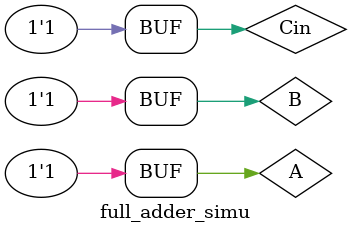
<source format=v>
`timescale 1ns / 1ps


module full_adder_simu;
 
  reg A = 0;
  reg B = 0;
  reg Cin = 0;
  wire SUM;
  wire Cout;
   
  full_adder full_adder_inst
    (
     .a(A),
     .b(B),
     .c_in(Cin),
     .sum(SUM),
     .c_out(Cout)
     );
 
  initial
    begin
       A = 0;
       B = 0;
       Cin = 0;
       #10;
       A = 0;
       B = 0;
       Cin = 1;
       #10;  
       A = 0;
       B = 1;
       Cin = 0;
       #10;
       A = 0;
       B = 1;
       Cin = 1;
       #10;
       A = 1;
       B = 0;
       Cin = 0;
       #10;
       A = 1;
       B = 0;
       Cin = 1;
       #10;
       A = 1;
       B = 1;
       Cin = 0;
       #10;  
       A = 1;
       B = 1;
       Cin = 1;
       #10;  
    end 
 
endmodule

</source>
